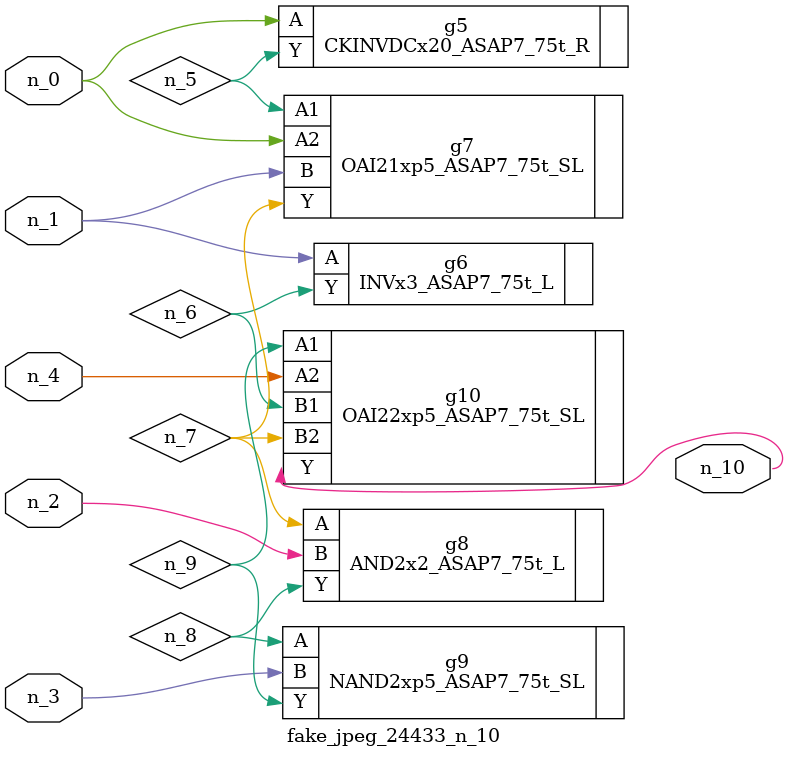
<source format=v>
module fake_jpeg_24433_n_10 (n_3, n_2, n_1, n_0, n_4, n_10);

input n_3;
input n_2;
input n_1;
input n_0;
input n_4;

output n_10;

wire n_8;
wire n_9;
wire n_6;
wire n_5;
wire n_7;

CKINVDCx20_ASAP7_75t_R g5 ( 
.A(n_0),
.Y(n_5)
);

INVx3_ASAP7_75t_L g6 ( 
.A(n_1),
.Y(n_6)
);

OAI21xp5_ASAP7_75t_SL g7 ( 
.A1(n_5),
.A2(n_0),
.B(n_1),
.Y(n_7)
);

AND2x2_ASAP7_75t_L g8 ( 
.A(n_7),
.B(n_2),
.Y(n_8)
);

NAND2xp5_ASAP7_75t_SL g9 ( 
.A(n_8),
.B(n_3),
.Y(n_9)
);

OAI22xp5_ASAP7_75t_SL g10 ( 
.A1(n_9),
.A2(n_4),
.B1(n_6),
.B2(n_7),
.Y(n_10)
);


endmodule
</source>
